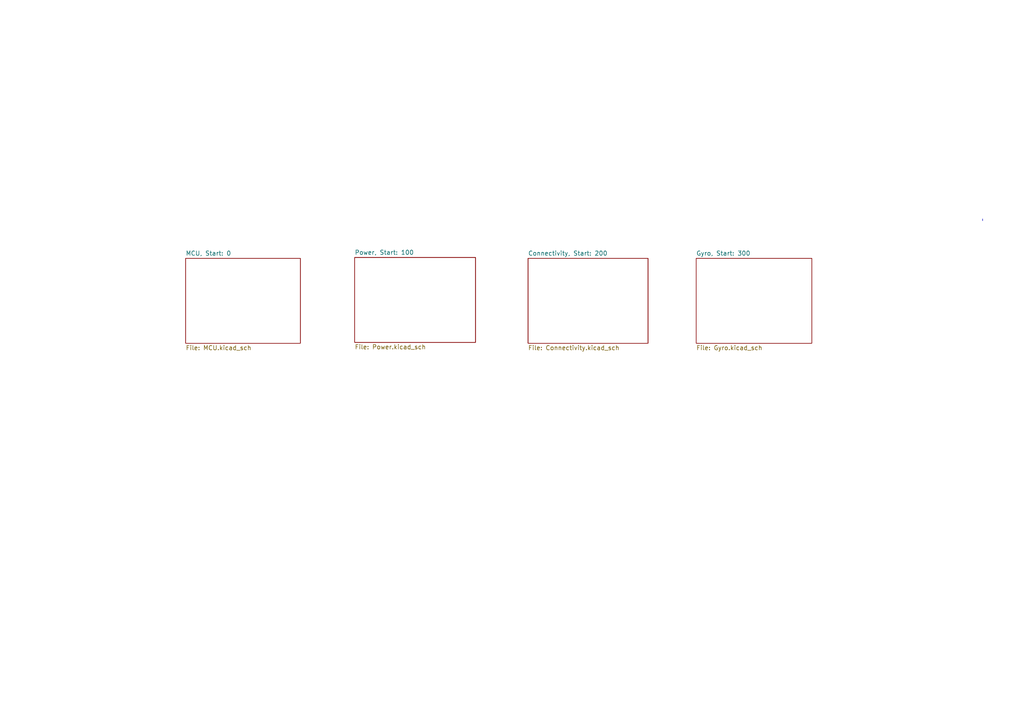
<source format=kicad_sch>
(kicad_sch (version 20211123) (generator eeschema)
  (paper "A4")
  (title_block (title "Vespin") (date "2022-07-23") (rev "1.0") (company "Giovanni Rasera"))
  (lib_symbols)
  (polyline (pts (xy 284.988 63.5) (xy 284.988 64.008)))
  (sheet (at 201.93 74.93) (size 33.528 24.638) (stroke (width 0.1524))
    (property "Sheet name" "Gyro, Start: 300" (at 201.93 74.2184 0) (effects (justify left bottom)))
    (property "Sheet file" "Gyro.kicad_sch" (at 201.93 100.1526 0) (effects (justify left top)))
  )
  (sheet (at 153.162 74.93) (size 34.798 24.638) (stroke (width 0.1524))
    (property "Sheet name" "Connectivity, Start: 200" (at 153.162 74.2184 0) (effects (justify left bottom)))
    (property "Sheet file" "Connectivity.kicad_sch" (at 153.162 100.1526 0) (effects (justify left top)))
  )
  (sheet (at 53.848 74.93) (size 33.274 24.638) (stroke (width 0.1524))
    (property "Sheet name" "MCU, Start: 0" (at 53.848 74.2184 0) (effects (justify left bottom)))
    (property "Sheet file" "MCU.kicad_sch" (at 53.848 100.1526 0) (effects (justify left top)))
  )
  (sheet (at 102.87 74.676) (size 35.052 24.638) (stroke (width 0.1524))
    (property "Sheet name" "Power, Start: 100" (at 102.87 73.9644 0) (effects (justify left bottom)))
    (property "Sheet file" "Power.kicad_sch" (at 102.87 99.8986 0) (effects (justify left top)))
  )
)
</source>
